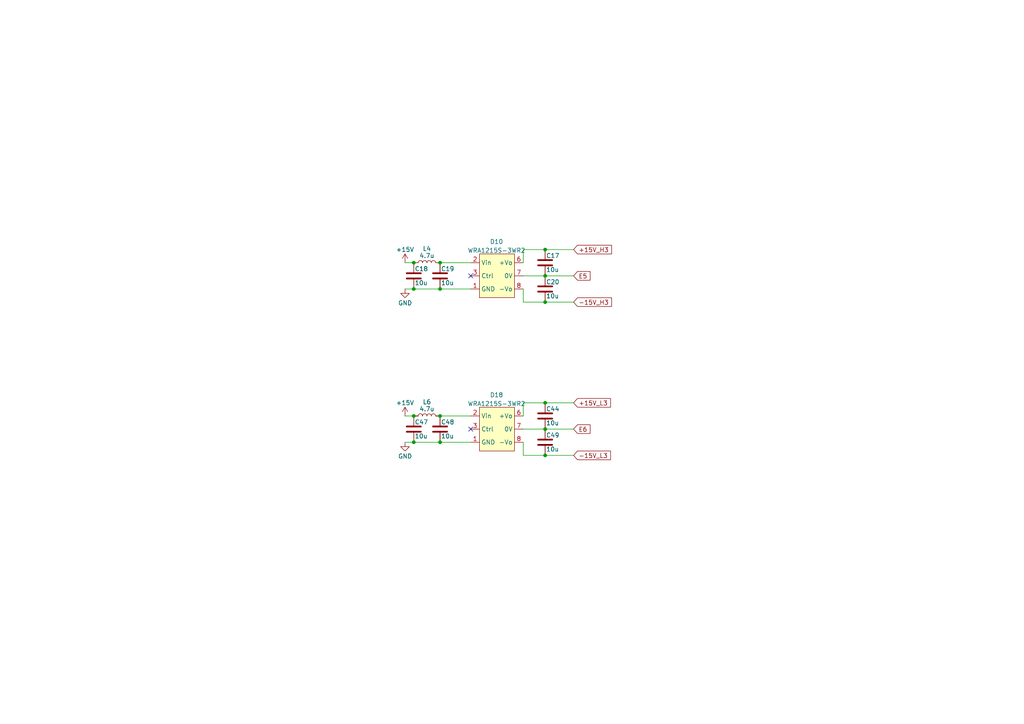
<source format=kicad_sch>
(kicad_sch (version 20231120) (generator "eeschema") (generator_version "8.0")
  (paper "A4")
  (lib_symbols
    (symbol "+15V_1" (power) (pin_names (offset 0))
      (property "Value" "+15V" (at 0 3.556 0))
      (symbol "+15V_1_0_1"
        (polyline (pts (xy -0.762 1.27) (xy 0 2.54)))
        (polyline (pts (xy 0 0) (xy 0 2.54)))
        (polyline (pts (xy 0 2.54) (xy 0.762 1.27)))
      )
      (symbol "+15V_1_1_1"
        (pin power_in line (at 0 0 90) (length 0) hide (name "+15V") (number "1"))
      )
    )
    (symbol "Device:C" (pin_numbers hide) (pin_names (offset 0.254))
      (property "Reference" "C" (at 0.635 2.54 0))
      (property "Value" "C" (at 0.635 -2.54 0))
      (symbol "C_0_1"
        (polyline (pts (xy -2.032 -0.762) (xy 2.032 -0.762)) (stroke (width 0.508)))
        (polyline (pts (xy -2.032 0.762) (xy 2.032 0.762)) (stroke (width 0.508)))
      )
      (symbol "C_1_1"
        (pin passive line (at 0 3.81 270) (length 2.794) (name "~") (number "1"))
        (pin passive line (at 0 -3.81 90) (length 2.794) (name "~") (number "2"))
      )
    )
    (symbol "Device:L" (pin_numbers hide) (pin_names (offset 1.016) hide)
      (property "Reference" "L" (at -1.27 0 90))
      (property "Value" "L" (at 1.905 0 90))
      (symbol "L_0_1"
        (arc (start 0 -2.54) (mid 0.6323 -1.905) (end 0 -1.27))
        (arc (start 0 -1.27) (mid 0.6323 -0.635) (end 0 0))
        (arc (start 0 0) (mid 0.6323 0.635) (end 0 1.27))
        (arc (start 0 1.27) (mid 0.6323 1.905) (end 0 2.54))
      )
      (symbol "L_1_1"
        (pin passive line (at 0 3.81 270) (length 1.27) (name "1") (number "1"))
        (pin passive line (at 0 -3.81 90) (length 1.27) (name "2") (number "2"))
      )
    )
    (symbol "GND_1" (power) (pin_names (offset 0))
      (property "Value" "GND" (at 0 -3.81 0))
      (symbol "GND_1_0_1"
        (polyline (pts (xy 0 0) (xy 0 -1.27) (xy 1.27 -1.27) (xy 0 -2.54) (xy -1.27 -1.27) (xy 0 -1.27)))
      )
      (symbol "GND_1_1_1"
        (pin power_in line (at 0 0 270) (length 0) hide (name "GND") (number "1"))
      )
    )
    (symbol "Morsun:WRA1215S-3WR2"
      (property "Reference" "D43" (at -0.127 3.556 0))
      (property "Value" "WRA1215S-3WR2" (at -0.127 1.016 0))
      (symbol "WRA1215S-3WR2_0_1"
        (rectangle (start -5.08 0) (end 5.08 -12.7) (fill (type background)))
      )
      (symbol "WRA1215S-3WR2_1_1"
        (pin input line (at -7.62 -10.16 0) (length 2.54) (name "GND") (number "1"))
        (pin input line (at -7.62 -2.54 0) (length 2.54) (name "Vin") (number "2"))
        (pin input line (at -7.62 -6.35 0) (length 2.54) (name "Ctrl") (number "3"))
        (pin input line (at 7.62 -2.54 180) (length 2.54) (name "+Vo") (number "6"))
        (pin input line (at 7.62 -6.35 180) (length 2.54) (name "0V") (number "7"))
        (pin input line (at 7.62 -10.16 180) (length 2.54) (name "-Vo") (number "8"))
      )
    )
    (symbol "power:+15V" (power) (pin_names (offset 0))
      (property "Value" "+15V" (at 0 3.556 0))
      (symbol "+15V_0_1"
        (polyline (pts (xy -0.762 1.27) (xy 0 2.54)))
        (polyline (pts (xy 0 0) (xy 0 2.54)))
        (polyline (pts (xy 0 2.54) (xy 0.762 1.27)))
      )
      (symbol "+15V_1_1"
        (pin power_in line (at 0 0 90) (length 0) hide (name "+15V") (number "1"))
      )
    )
    (symbol "power:GND" (power) (pin_names (offset 0))
      (property "Value" "GND" (at 0 -3.81 0))
      (symbol "GND_0_1"
        (polyline (pts (xy 0 0) (xy 0 -1.27) (xy 1.27 -1.27) (xy 0 -2.54) (xy -1.27 -1.27) (xy 0 -1.27)))
      )
      (symbol "GND_1_1"
        (pin power_in line (at 0 0 270) (length 0) hide (name "GND") (number "1"))
      )
    )
  )
  (junction (at 158.115 124.46))
  (junction (at 120.015 76.2))
  (junction (at 127.635 120.65))
  (junction (at 120.015 83.82))
  (junction (at 127.635 128.27))
  (junction (at 158.115 80.01))
  (junction (at 120.015 120.65))
  (junction (at 127.635 76.2))
  (junction (at 120.015 128.27))
  (junction (at 158.115 116.84))
  (junction (at 158.115 72.39))
  (junction (at 158.115 87.63))
  (junction (at 158.115 132.08))
  (junction (at 127.635 83.82))
  (no_connect (at 136.525 124.46))
  (no_connect (at 136.525 80.01))
  (wire (pts (xy 151.765 87.63) (xy 158.115 87.63)))
  (wire (pts (xy 151.765 80.01) (xy 158.115 80.01)))
  (wire (pts (xy 151.765 72.39) (xy 151.765 76.2)))
  (wire (pts (xy 158.115 72.39) (xy 166.37 72.39)))
  (wire (pts (xy 158.115 80.01) (xy 166.37 80.01)))
  (wire (pts (xy 158.115 132.08) (xy 166.37 132.08)))
  (wire (pts (xy 158.115 116.84) (xy 166.37 116.84)))
  (wire (pts (xy 127.635 83.82) (xy 136.525 83.82)))
  (wire (pts (xy 127.635 76.2) (xy 136.525 76.2)))
  (wire (pts (xy 120.015 128.27) (xy 127.635 128.27)))
  (wire (pts (xy 151.765 116.84) (xy 158.115 116.84)))
  (wire (pts (xy 151.765 116.84) (xy 151.765 120.65)))
  (wire (pts (xy 120.015 83.82) (xy 127.635 83.82)))
  (wire (pts (xy 151.765 124.46) (xy 158.115 124.46)))
  (wire (pts (xy 151.765 128.27) (xy 151.765 132.08)))
  (wire (pts (xy 151.765 83.82) (xy 151.765 87.63)))
  (wire (pts (xy 117.475 128.27) (xy 120.015 128.27)))
  (wire (pts (xy 117.475 76.2) (xy 120.015 76.2)))
  (wire (pts (xy 151.765 132.08) (xy 158.115 132.08)))
  (wire (pts (xy 151.765 72.39) (xy 158.115 72.39)))
  (wire (pts (xy 127.635 128.27) (xy 136.525 128.27)))
  (wire (pts (xy 158.115 87.63) (xy 166.37 87.63)))
  (wire (pts (xy 127.635 120.65) (xy 136.525 120.65)))
  (wire (pts (xy 117.475 83.82) (xy 120.015 83.82)))
  (wire (pts (xy 117.475 120.65) (xy 120.015 120.65)))
  (wire (pts (xy 158.115 124.46) (xy 166.37 124.46)))
  (global_label "-15V_L3" (shape input) (at 166.37 132.08 0) (property "Intersheetrefs" "${INTERSHEET_REFS}" (effects (hide yes))))
  (global_label "+15V_L3" (shape input) (at 166.37 116.84 0) (property "Intersheetrefs" "${INTERSHEET_REFS}" (effects (hide yes))))
  (global_label "E6" (shape input) (at 166.37 124.46 0) (property "Intersheetrefs" "${INTERSHEET_REFS}" (effects (hide yes))))
  (global_label "-15V_H3" (shape input) (at 166.37 87.63 0) (property "Intersheetrefs" "${INTERSHEET_REFS}" (effects (hide yes))))
  (global_label "+15V_H3" (shape input) (at 166.37 72.39 0) (property "Intersheetrefs" "${INTERSHEET_REFS}" (effects (hide yes))))
  (global_label "E5" (shape input) (at 166.37 80.01 0) (property "Intersheetrefs" "${INTERSHEET_REFS}" (effects (hide yes))))
  (symbol (lib_id "Device:C") (at 120.015 80.01 0) (unit 1)
    (property "Reference" "C18" (at 120.269 77.978 0) (effects (justify left)))
    (property "Value" "10u" (at 120.269 82.042 0) (effects (justify left)))
    (property "Footprint" "Capacitor_SMD:C_1210_3225Metric_Pad1.33x2.70mm_HandSolder" (effects (hide yes)))
  )
  (symbol (lib_id "Device:C") (at 120.015 124.46 0) (unit 1)
    (property "Reference" "C47" (at 120.269 122.428 0) (effects (justify left)))
    (property "Value" "10u" (at 120.269 126.492 0) (effects (justify left)))
    (property "Footprint" "Capacitor_SMD:C_1210_3225Metric_Pad1.33x2.70mm_HandSolder" (effects (hide yes)))
  )
  (symbol (lib_id "Device:L") (at 123.825 76.2 90) (unit 1)
    (property "Reference" "L4" (at 123.825 72.136 90))
    (property "Value" "4.7u" (at 123.825 74.168 90))
    (property "Footprint" "Inductor_SMD:L_1812_4532Metric_Pad1.30x3.40mm_HandSolder" (effects (hide yes)))
    (property "Description" "NLCV32T-4R7M-EF" (effects (hide yes)))
  )
  (symbol (lib_id "Device:C") (at 127.635 80.01 0) (unit 1)
    (property "Reference" "C19" (at 127.889 77.978 0) (effects (justify left)))
    (property "Value" "10u" (at 127.889 82.042 0) (effects (justify left)))
    (property "Footprint" "Capacitor_SMD:C_1210_3225Metric_Pad1.33x2.70mm_HandSolder" (effects (hide yes)))
  )
  (symbol (lib_id "Morsun:WRA1215S-3WR2") (at 144.145 118.11 0) (unit 1)
    (property "Reference" "D18" (at 144.018 114.554 0))
    (property "Value" "WRA1215S-3WR2" (at 144.018 117.094 0))
    (property "Footprint" "Mornsun:WRA_S-3WR2" (effects (hide yes)))
  )
  (symbol (lib_id "Device:C") (at 127.635 124.46 0) (unit 1)
    (property "Reference" "C48" (at 127.889 122.428 0) (effects (justify left)))
    (property "Value" "10u" (at 127.889 126.492 0) (effects (justify left)))
    (property "Footprint" "Capacitor_SMD:C_1210_3225Metric_Pad1.33x2.70mm_HandSolder" (effects (hide yes)))
  )
  (symbol (lib_id "power:+15V") (at 117.475 120.65 0) (unit 1)
    (property "Reference" "#PWR057" (effects (hide yes)))
    (property "Value" "+15V" (at 117.475 116.84 0))
  )
  (symbol (lib_id "Device:C") (at 158.115 76.2 0) (unit 1)
    (property "Reference" "C17" (at 158.369 74.168 0) (effects (justify left)))
    (property "Value" "10u" (at 158.369 78.232 0) (effects (justify left)))
    (property "Footprint" "Capacitor_SMD:C_1210_3225Metric_Pad1.33x2.70mm_HandSolder" (effects (hide yes)))
  )
  (symbol (lib_id "Device:C") (at 158.115 128.27 0) (unit 1)
    (property "Reference" "C49" (at 158.369 126.238 0) (effects (justify left)))
    (property "Value" "10u" (at 158.369 130.302 0) (effects (justify left)))
    (property "Footprint" "Capacitor_SMD:C_1210_3225Metric_Pad1.33x2.70mm_HandSolder" (effects (hide yes)))
  )
  (symbol (lib_id "Morsun:WRA1215S-3WR2") (at 144.145 73.66 0) (unit 1)
    (property "Reference" "D10" (at 144.018 70.104 0))
    (property "Value" "WRA1215S-3WR2" (at 144.018 72.644 0))
    (property "Footprint" "Mornsun:WRA_S-3WR2" (effects (hide yes)))
  )
  (symbol (lib_id "Device:C") (at 158.115 120.65 0) (unit 1)
    (property "Reference" "C44" (at 158.369 118.618 0) (effects (justify left)))
    (property "Value" "10u" (at 158.369 122.682 0) (effects (justify left)))
    (property "Footprint" "Capacitor_SMD:C_1210_3225Metric_Pad1.33x2.70mm_HandSolder" (effects (hide yes)))
  )
  (symbol (lib_id "Device:L") (at 123.825 120.65 90) (unit 1)
    (property "Reference" "L6" (at 123.825 116.586 90))
    (property "Value" "4.7u" (at 123.825 118.618 90))
    (property "Footprint" "Inductor_SMD:L_1812_4532Metric_Pad1.30x3.40mm_HandSolder" (effects (hide yes)))
    (property "Description" "NLCV32T-4R7M-EF" (effects (hide yes)))
  )
  (symbol (lib_id "power:GND") (at 117.475 128.27 0) (unit 1)
    (property "Reference" "#PWR058" (effects (hide yes)))
    (property "Value" "GND" (at 115.443 132.334 0) (effects (justify left)))
  )
  (symbol (lib_name "+15V_1") (lib_id "power:+15V") (at 117.475 76.2 0) (unit 1)
    (property "Reference" "#PWR027" (effects (hide yes)))
    (property "Value" "+15V" (at 117.475 72.39 0))
  )
  (symbol (lib_name "GND_1") (lib_id "power:GND") (at 117.475 83.82 0) (unit 1)
    (property "Reference" "#PWR028" (effects (hide yes)))
    (property "Value" "GND" (at 115.443 87.884 0) (effects (justify left)))
  )
  (symbol (lib_id "Device:C") (at 158.115 83.82 0) (unit 1)
    (property "Reference" "C20" (at 158.369 81.788 0) (effects (justify left)))
    (property "Value" "10u" (at 158.369 85.852 0) (effects (justify left)))
    (property "Footprint" "Capacitor_SMD:C_1210_3225Metric_Pad1.33x2.70mm_HandSolder" (effects (hide yes)))
  )
)
</source>
